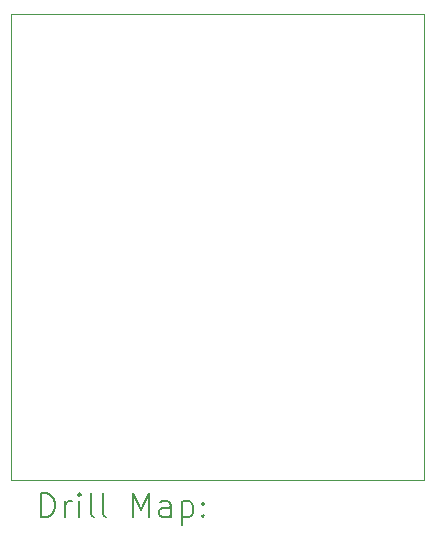
<source format=gbr>
%TF.GenerationSoftware,KiCad,Pcbnew,8.0.5*%
%TF.CreationDate,2024-09-09T20:15:40+02:00*%
%TF.ProjectId,QuinLED-ESP32-Lux,5175696e-4c45-4442-9d45-535033322d4c,rev?*%
%TF.SameCoordinates,Original*%
%TF.FileFunction,Drillmap*%
%TF.FilePolarity,Positive*%
%FSLAX45Y45*%
G04 Gerber Fmt 4.5, Leading zero omitted, Abs format (unit mm)*
G04 Created by KiCad (PCBNEW 8.0.5) date 2024-09-09 20:15:40*
%MOMM*%
%LPD*%
G01*
G04 APERTURE LIST*
%ADD10C,0.100000*%
%ADD11C,0.200000*%
G04 APERTURE END LIST*
D10*
X12446000Y-6150076D02*
X15946000Y-6150076D01*
X15946000Y-10096000D01*
X12446000Y-10096000D01*
X12446000Y-6150076D01*
D11*
X12701777Y-10412484D02*
X12701777Y-10212484D01*
X12701777Y-10212484D02*
X12749396Y-10212484D01*
X12749396Y-10212484D02*
X12777967Y-10222008D01*
X12777967Y-10222008D02*
X12797015Y-10241055D01*
X12797015Y-10241055D02*
X12806539Y-10260103D01*
X12806539Y-10260103D02*
X12816062Y-10298198D01*
X12816062Y-10298198D02*
X12816062Y-10326770D01*
X12816062Y-10326770D02*
X12806539Y-10364865D01*
X12806539Y-10364865D02*
X12797015Y-10383912D01*
X12797015Y-10383912D02*
X12777967Y-10402960D01*
X12777967Y-10402960D02*
X12749396Y-10412484D01*
X12749396Y-10412484D02*
X12701777Y-10412484D01*
X12901777Y-10412484D02*
X12901777Y-10279150D01*
X12901777Y-10317246D02*
X12911301Y-10298198D01*
X12911301Y-10298198D02*
X12920824Y-10288674D01*
X12920824Y-10288674D02*
X12939872Y-10279150D01*
X12939872Y-10279150D02*
X12958920Y-10279150D01*
X13025586Y-10412484D02*
X13025586Y-10279150D01*
X13025586Y-10212484D02*
X13016062Y-10222008D01*
X13016062Y-10222008D02*
X13025586Y-10231531D01*
X13025586Y-10231531D02*
X13035110Y-10222008D01*
X13035110Y-10222008D02*
X13025586Y-10212484D01*
X13025586Y-10212484D02*
X13025586Y-10231531D01*
X13149396Y-10412484D02*
X13130348Y-10402960D01*
X13130348Y-10402960D02*
X13120824Y-10383912D01*
X13120824Y-10383912D02*
X13120824Y-10212484D01*
X13254158Y-10412484D02*
X13235110Y-10402960D01*
X13235110Y-10402960D02*
X13225586Y-10383912D01*
X13225586Y-10383912D02*
X13225586Y-10212484D01*
X13482729Y-10412484D02*
X13482729Y-10212484D01*
X13482729Y-10212484D02*
X13549396Y-10355341D01*
X13549396Y-10355341D02*
X13616062Y-10212484D01*
X13616062Y-10212484D02*
X13616062Y-10412484D01*
X13797015Y-10412484D02*
X13797015Y-10307722D01*
X13797015Y-10307722D02*
X13787491Y-10288674D01*
X13787491Y-10288674D02*
X13768443Y-10279150D01*
X13768443Y-10279150D02*
X13730348Y-10279150D01*
X13730348Y-10279150D02*
X13711301Y-10288674D01*
X13797015Y-10402960D02*
X13777967Y-10412484D01*
X13777967Y-10412484D02*
X13730348Y-10412484D01*
X13730348Y-10412484D02*
X13711301Y-10402960D01*
X13711301Y-10402960D02*
X13701777Y-10383912D01*
X13701777Y-10383912D02*
X13701777Y-10364865D01*
X13701777Y-10364865D02*
X13711301Y-10345817D01*
X13711301Y-10345817D02*
X13730348Y-10336293D01*
X13730348Y-10336293D02*
X13777967Y-10336293D01*
X13777967Y-10336293D02*
X13797015Y-10326770D01*
X13892253Y-10279150D02*
X13892253Y-10479150D01*
X13892253Y-10288674D02*
X13911301Y-10279150D01*
X13911301Y-10279150D02*
X13949396Y-10279150D01*
X13949396Y-10279150D02*
X13968443Y-10288674D01*
X13968443Y-10288674D02*
X13977967Y-10298198D01*
X13977967Y-10298198D02*
X13987491Y-10317246D01*
X13987491Y-10317246D02*
X13987491Y-10374389D01*
X13987491Y-10374389D02*
X13977967Y-10393436D01*
X13977967Y-10393436D02*
X13968443Y-10402960D01*
X13968443Y-10402960D02*
X13949396Y-10412484D01*
X13949396Y-10412484D02*
X13911301Y-10412484D01*
X13911301Y-10412484D02*
X13892253Y-10402960D01*
X14073205Y-10393436D02*
X14082729Y-10402960D01*
X14082729Y-10402960D02*
X14073205Y-10412484D01*
X14073205Y-10412484D02*
X14063682Y-10402960D01*
X14063682Y-10402960D02*
X14073205Y-10393436D01*
X14073205Y-10393436D02*
X14073205Y-10412484D01*
X14073205Y-10288674D02*
X14082729Y-10298198D01*
X14082729Y-10298198D02*
X14073205Y-10307722D01*
X14073205Y-10307722D02*
X14063682Y-10298198D01*
X14063682Y-10298198D02*
X14073205Y-10288674D01*
X14073205Y-10288674D02*
X14073205Y-10307722D01*
M02*

</source>
